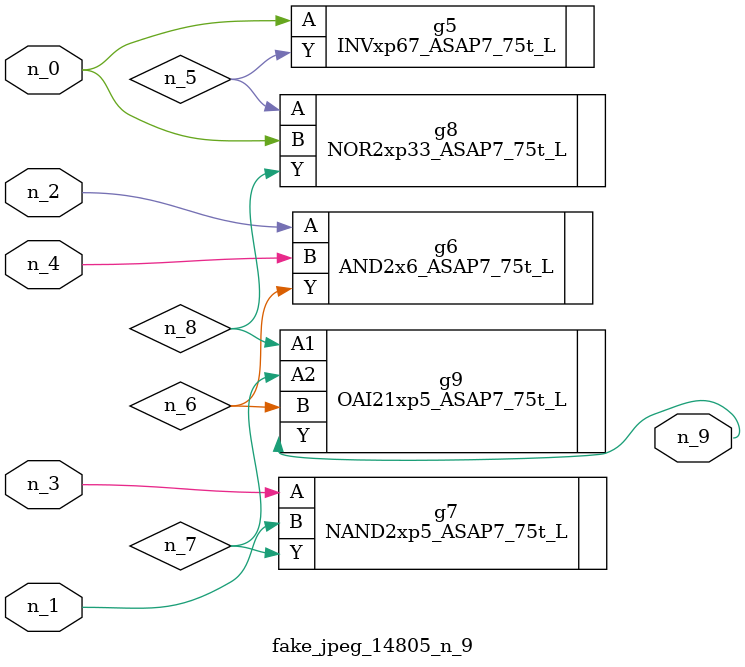
<source format=v>
module fake_jpeg_14805_n_9 (n_3, n_2, n_1, n_0, n_4, n_9);

input n_3;
input n_2;
input n_1;
input n_0;
input n_4;

output n_9;

wire n_8;
wire n_6;
wire n_5;
wire n_7;

INVxp67_ASAP7_75t_L g5 ( 
.A(n_0),
.Y(n_5)
);

AND2x6_ASAP7_75t_L g6 ( 
.A(n_2),
.B(n_4),
.Y(n_6)
);

NAND2xp5_ASAP7_75t_L g7 ( 
.A(n_3),
.B(n_1),
.Y(n_7)
);

NOR2xp33_ASAP7_75t_L g8 ( 
.A(n_5),
.B(n_0),
.Y(n_8)
);

OAI21xp5_ASAP7_75t_L g9 ( 
.A1(n_8),
.A2(n_7),
.B(n_6),
.Y(n_9)
);


endmodule
</source>
